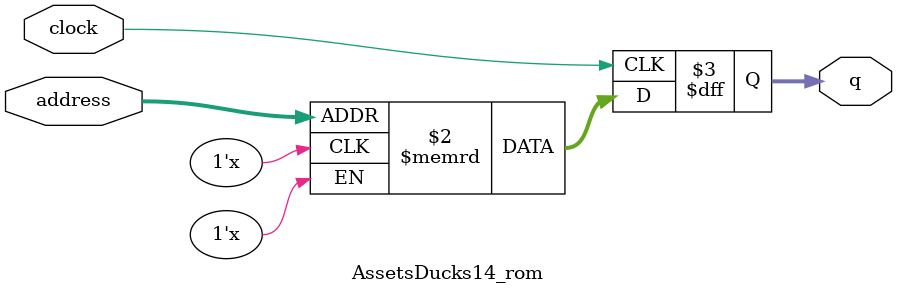
<source format=sv>
module AssetsDucks14_rom (
	input logic clock,
	input logic [11:0] address,
	output logic [3:0] q
);

logic [3:0] memory [0:4095] /* synthesis ram_init_file = "./AssetsDucks14/AssetsDucks14.mif" */;

always_ff @ (posedge clock) begin
	q <= memory[address];
end

endmodule

</source>
